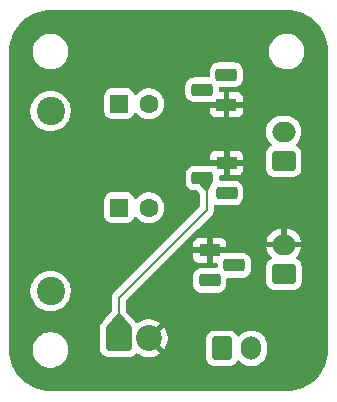
<source format=gbr>
%TF.GenerationSoftware,KiCad,Pcbnew,9.0.6*%
%TF.CreationDate,2026-01-30T15:18:38-05:00*%
%TF.ProjectId,camera-control,63616d65-7261-42d6-936f-6e74726f6c2e,rev?*%
%TF.SameCoordinates,Original*%
%TF.FileFunction,Copper,L2,Bot*%
%TF.FilePolarity,Positive*%
%FSLAX46Y46*%
G04 Gerber Fmt 4.6, Leading zero omitted, Abs format (unit mm)*
G04 Created by KiCad (PCBNEW 9.0.6) date 2026-01-30 15:18:38*
%MOMM*%
%LPD*%
G01*
G04 APERTURE LIST*
G04 Aperture macros list*
%AMRoundRect*
0 Rectangle with rounded corners*
0 $1 Rounding radius*
0 $2 $3 $4 $5 $6 $7 $8 $9 X,Y pos of 4 corners*
0 Add a 4 corners polygon primitive as box body*
4,1,4,$2,$3,$4,$5,$6,$7,$8,$9,$2,$3,0*
0 Add four circle primitives for the rounded corners*
1,1,$1+$1,$2,$3*
1,1,$1+$1,$4,$5*
1,1,$1+$1,$6,$7*
1,1,$1+$1,$8,$9*
0 Add four rect primitives between the rounded corners*
20,1,$1+$1,$2,$3,$4,$5,0*
20,1,$1+$1,$4,$5,$6,$7,0*
20,1,$1+$1,$6,$7,$8,$9,0*
20,1,$1+$1,$8,$9,$2,$3,0*%
G04 Aperture macros list end*
%TA.AperFunction,ComponentPad*%
%ADD10RoundRect,0.249999X-0.850001X-0.850001X0.850001X-0.850001X0.850001X0.850001X-0.850001X0.850001X0*%
%TD*%
%TA.AperFunction,ComponentPad*%
%ADD11C,2.200000*%
%TD*%
%TA.AperFunction,ComponentPad*%
%ADD12C,2.400000*%
%TD*%
%TA.AperFunction,ComponentPad*%
%ADD13R,1.800000X1.100000*%
%TD*%
%TA.AperFunction,ComponentPad*%
%ADD14RoundRect,0.275000X0.625000X-0.275000X0.625000X0.275000X-0.625000X0.275000X-0.625000X-0.275000X0*%
%TD*%
%TA.AperFunction,ComponentPad*%
%ADD15RoundRect,0.275000X-0.625000X0.275000X-0.625000X-0.275000X0.625000X-0.275000X0.625000X0.275000X0*%
%TD*%
%TA.AperFunction,ComponentPad*%
%ADD16RoundRect,0.250000X0.750000X-0.600000X0.750000X0.600000X-0.750000X0.600000X-0.750000X-0.600000X0*%
%TD*%
%TA.AperFunction,ComponentPad*%
%ADD17O,2.000000X1.700000*%
%TD*%
%TA.AperFunction,ComponentPad*%
%ADD18RoundRect,0.250000X-0.550000X-0.550000X0.550000X-0.550000X0.550000X0.550000X-0.550000X0.550000X0*%
%TD*%
%TA.AperFunction,ComponentPad*%
%ADD19C,1.600000*%
%TD*%
%TA.AperFunction,ComponentPad*%
%ADD20RoundRect,0.250000X-0.600000X-0.750000X0.600000X-0.750000X0.600000X0.750000X-0.600000X0.750000X0*%
%TD*%
%TA.AperFunction,ComponentPad*%
%ADD21O,1.700000X2.000000*%
%TD*%
%TA.AperFunction,Conductor*%
%ADD22C,0.200000*%
%TD*%
G04 APERTURE END LIST*
D10*
%TO.P,J2,1*%
%TO.N,/FLUCTUS IN*%
X125780800Y-91008200D03*
D11*
%TO.P,J2,2*%
%TO.N,GND*%
X128320800Y-91008200D03*
%TD*%
D12*
%TO.P,R0,1*%
%TO.N,/STAGE 2*%
X120000000Y-86995000D03*
%TO.P,R0,2*%
%TO.N,7V4*%
X120000000Y-71755000D03*
%TD*%
D13*
%TO.P,Q2,1*%
%TO.N,GND*%
X134893000Y-71247000D03*
D14*
%TO.P,Q2,2*%
%TO.N,/STAGE 2*%
X132823000Y-69977000D03*
%TO.P,Q2,3*%
%TO.N,Net-(J5-Pin_2)*%
X134893000Y-68707000D03*
%TD*%
D13*
%TO.P,Q3,1*%
%TO.N,GND*%
X133483400Y-83567000D03*
D15*
%TO.P,Q3,2*%
%TO.N,/STAGE 2*%
X135553400Y-84837000D03*
%TO.P,Q3,3*%
%TO.N,Net-(J6-Pin_2)*%
X133483400Y-86107000D03*
%TD*%
D13*
%TO.P,Q4,1*%
%TO.N,GND*%
X134905000Y-76174600D03*
D15*
%TO.P,Q4,2*%
%TO.N,/FLUCTUS IN*%
X132835000Y-77444600D03*
%TO.P,Q4,3*%
%TO.N,/STAGE 2*%
X134905000Y-78714600D03*
%TD*%
D16*
%TO.P,J5,1,Pin_1*%
%TO.N,7V4*%
X139730200Y-76027600D03*
D17*
%TO.P,J5,2,Pin_2*%
%TO.N,Net-(J5-Pin_2)*%
X139730200Y-73527600D03*
%TD*%
D16*
%TO.P,J4,1,Pin_1*%
%TO.N,7V4*%
X139756307Y-85578707D03*
D17*
%TO.P,J4,2,Pin_2*%
%TO.N,GND*%
X139756307Y-83078707D03*
%TD*%
D18*
%TO.P,C1,1*%
%TO.N,7V4*%
X125820800Y-79959200D03*
D19*
%TO.P,C1,2*%
%TO.N,Net-(J6-Pin_2)*%
X128320800Y-79959200D03*
%TD*%
D18*
%TO.P,C0,1*%
%TO.N,7V4*%
X125820800Y-71155400D03*
D19*
%TO.P,C0,2*%
%TO.N,Net-(J5-Pin_2)*%
X128320800Y-71155400D03*
%TD*%
D20*
%TO.P,J6,1,Pin_1*%
%TO.N,7V4*%
X134513000Y-91876600D03*
D21*
%TO.P,J6,2,Pin_2*%
%TO.N,Net-(J6-Pin_2)*%
X137013000Y-91876600D03*
%TD*%
D22*
%TO.N,/FLUCTUS IN*%
X133235000Y-80125000D02*
X133235000Y-77444600D01*
X125780800Y-91008200D02*
X125780800Y-87579200D01*
X125780800Y-87579200D02*
X133235000Y-80125000D01*
%TD*%
%TA.AperFunction,Conductor*%
%TO.N,GND*%
G36*
X140003032Y-63230648D02*
G01*
X140336929Y-63247052D01*
X140349037Y-63248245D01*
X140452146Y-63263539D01*
X140676699Y-63296849D01*
X140688617Y-63299219D01*
X141009951Y-63379709D01*
X141021588Y-63383240D01*
X141092806Y-63408722D01*
X141333467Y-63494832D01*
X141344688Y-63499479D01*
X141644163Y-63641120D01*
X141654871Y-63646844D01*
X141938988Y-63817137D01*
X141949106Y-63823897D01*
X142215170Y-64021224D01*
X142224576Y-64028944D01*
X142470013Y-64251395D01*
X142478604Y-64259986D01*
X142665755Y-64466475D01*
X142701055Y-64505423D01*
X142708775Y-64514829D01*
X142906102Y-64780893D01*
X142912862Y-64791011D01*
X143041776Y-65006092D01*
X143083148Y-65075116D01*
X143088883Y-65085844D01*
X143174301Y-65266446D01*
X143230514Y-65385297D01*
X143235170Y-65396540D01*
X143346759Y-65708411D01*
X143350292Y-65720055D01*
X143430777Y-66041369D01*
X143433151Y-66053305D01*
X143481754Y-66380962D01*
X143482947Y-66393071D01*
X143499351Y-66726966D01*
X143499500Y-66733051D01*
X143499500Y-91996948D01*
X143499351Y-92003033D01*
X143482947Y-92336928D01*
X143481754Y-92349037D01*
X143433151Y-92676694D01*
X143430777Y-92688630D01*
X143350292Y-93009944D01*
X143346759Y-93021588D01*
X143235170Y-93333459D01*
X143230514Y-93344702D01*
X143088885Y-93644151D01*
X143083148Y-93654883D01*
X142912862Y-93938988D01*
X142906102Y-93949106D01*
X142708775Y-94215170D01*
X142701055Y-94224576D01*
X142478611Y-94470006D01*
X142470006Y-94478611D01*
X142224576Y-94701055D01*
X142215170Y-94708775D01*
X141949106Y-94906102D01*
X141938988Y-94912862D01*
X141654883Y-95083148D01*
X141644151Y-95088885D01*
X141344702Y-95230514D01*
X141333459Y-95235170D01*
X141021588Y-95346759D01*
X141009944Y-95350292D01*
X140688630Y-95430777D01*
X140676694Y-95433151D01*
X140349037Y-95481754D01*
X140336928Y-95482947D01*
X140021989Y-95498419D01*
X140003031Y-95499351D01*
X139996949Y-95499500D01*
X120003051Y-95499500D01*
X119996968Y-95499351D01*
X119976900Y-95498365D01*
X119663071Y-95482947D01*
X119650962Y-95481754D01*
X119323305Y-95433151D01*
X119311369Y-95430777D01*
X118990055Y-95350292D01*
X118978411Y-95346759D01*
X118666540Y-95235170D01*
X118655301Y-95230515D01*
X118355844Y-95088883D01*
X118345121Y-95083150D01*
X118061011Y-94912862D01*
X118050893Y-94906102D01*
X117784829Y-94708775D01*
X117775423Y-94701055D01*
X117736475Y-94665755D01*
X117529986Y-94478604D01*
X117521395Y-94470013D01*
X117298944Y-94224576D01*
X117291224Y-94215170D01*
X117093897Y-93949106D01*
X117087137Y-93938988D01*
X116916844Y-93654871D01*
X116911120Y-93644163D01*
X116769479Y-93344688D01*
X116764829Y-93333459D01*
X116756941Y-93311414D01*
X116653240Y-93021588D01*
X116649707Y-93009944D01*
X116569219Y-92688617D01*
X116566848Y-92676694D01*
X116566835Y-92676608D01*
X116518245Y-92349037D01*
X116517052Y-92336927D01*
X116500649Y-92003032D01*
X116500500Y-91996948D01*
X116500500Y-91881902D01*
X118499500Y-91881902D01*
X118499500Y-92118097D01*
X118536446Y-92351368D01*
X118609433Y-92575996D01*
X118690153Y-92734416D01*
X118716657Y-92786433D01*
X118855483Y-92977510D01*
X119022490Y-93144517D01*
X119213567Y-93283343D01*
X119311925Y-93333459D01*
X119424003Y-93390566D01*
X119424005Y-93390566D01*
X119424008Y-93390568D01*
X119544412Y-93429689D01*
X119648631Y-93463553D01*
X119881903Y-93500500D01*
X119881908Y-93500500D01*
X120118097Y-93500500D01*
X120351368Y-93463553D01*
X120575992Y-93390568D01*
X120786433Y-93283343D01*
X120977510Y-93144517D01*
X121144517Y-92977510D01*
X121283343Y-92786433D01*
X121390568Y-92575992D01*
X121463553Y-92351368D01*
X121473498Y-92288580D01*
X121500500Y-92118097D01*
X121500500Y-91881902D01*
X121463553Y-91648631D01*
X121390566Y-91424003D01*
X121283342Y-91213566D01*
X121144517Y-91022490D01*
X120977510Y-90855483D01*
X120786433Y-90716657D01*
X120746851Y-90696489D01*
X120575996Y-90609433D01*
X120351368Y-90536446D01*
X120118097Y-90499500D01*
X120118092Y-90499500D01*
X119881908Y-90499500D01*
X119881903Y-90499500D01*
X119648631Y-90536446D01*
X119424003Y-90609433D01*
X119213566Y-90716657D01*
X119104550Y-90795862D01*
X119022490Y-90855483D01*
X119022488Y-90855485D01*
X119022487Y-90855485D01*
X118855485Y-91022487D01*
X118855485Y-91022488D01*
X118855483Y-91022490D01*
X118816182Y-91076583D01*
X118716657Y-91213566D01*
X118609433Y-91424003D01*
X118536446Y-91648631D01*
X118499500Y-91881902D01*
X116500500Y-91881902D01*
X116500500Y-90108182D01*
X124180300Y-90108182D01*
X124180300Y-91908217D01*
X124190800Y-92010996D01*
X124226290Y-92118097D01*
X124245986Y-92177535D01*
X124338088Y-92326856D01*
X124462144Y-92450912D01*
X124611465Y-92543014D01*
X124778002Y-92598199D01*
X124880790Y-92608700D01*
X124880795Y-92608700D01*
X126680805Y-92608700D01*
X126680810Y-92608700D01*
X126783598Y-92598199D01*
X126950135Y-92543014D01*
X127099456Y-92450912D01*
X127223512Y-92326856D01*
X127223512Y-92326855D01*
X127228619Y-92321749D01*
X127231128Y-92324258D01*
X127274522Y-92292652D01*
X127344273Y-92288580D01*
X127389216Y-92309073D01*
X127482216Y-92376642D01*
X127706615Y-92490980D01*
X127946130Y-92568802D01*
X128194872Y-92608200D01*
X128446728Y-92608200D01*
X128695469Y-92568802D01*
X128934984Y-92490980D01*
X129159375Y-92376646D01*
X129159381Y-92376642D01*
X129261497Y-92302450D01*
X129261498Y-92302450D01*
X128491034Y-91531987D01*
X128533092Y-91520718D01*
X128658508Y-91448310D01*
X128760910Y-91345908D01*
X128833318Y-91220492D01*
X128844587Y-91178435D01*
X129615050Y-91948898D01*
X129615050Y-91948897D01*
X129689242Y-91846781D01*
X129689246Y-91846775D01*
X129803580Y-91622384D01*
X129881402Y-91382869D01*
X129920800Y-91134128D01*
X129920800Y-91076583D01*
X133162500Y-91076583D01*
X133162500Y-92676601D01*
X133162501Y-92676618D01*
X133173000Y-92779396D01*
X133173001Y-92779399D01*
X133218894Y-92917894D01*
X133228186Y-92945934D01*
X133320288Y-93095256D01*
X133444344Y-93219312D01*
X133593666Y-93311414D01*
X133760203Y-93366599D01*
X133862991Y-93377100D01*
X135163008Y-93377099D01*
X135265797Y-93366599D01*
X135432334Y-93311414D01*
X135581656Y-93219312D01*
X135705712Y-93095256D01*
X135797814Y-92945934D01*
X135797814Y-92945931D01*
X135801178Y-92940479D01*
X135853126Y-92893754D01*
X135922088Y-92882531D01*
X135986170Y-92910374D01*
X135994398Y-92917894D01*
X136133213Y-93056709D01*
X136305179Y-93181648D01*
X136305181Y-93181649D01*
X136305184Y-93181651D01*
X136494588Y-93278157D01*
X136696757Y-93343846D01*
X136906713Y-93377100D01*
X136906714Y-93377100D01*
X137119286Y-93377100D01*
X137119287Y-93377100D01*
X137329243Y-93343846D01*
X137531412Y-93278157D01*
X137720816Y-93181651D01*
X137771931Y-93144514D01*
X137892786Y-93056709D01*
X137892788Y-93056706D01*
X137892792Y-93056704D01*
X138043104Y-92906392D01*
X138043106Y-92906388D01*
X138043109Y-92906386D01*
X138168048Y-92734420D01*
X138168047Y-92734420D01*
X138168051Y-92734416D01*
X138264557Y-92545012D01*
X138330246Y-92342843D01*
X138363500Y-92132887D01*
X138363500Y-91620313D01*
X138330246Y-91410357D01*
X138264557Y-91208188D01*
X138168051Y-91018784D01*
X138168049Y-91018781D01*
X138168048Y-91018779D01*
X138043109Y-90846813D01*
X137892786Y-90696490D01*
X137720820Y-90571551D01*
X137531414Y-90475044D01*
X137531413Y-90475043D01*
X137531412Y-90475043D01*
X137329243Y-90409354D01*
X137329241Y-90409353D01*
X137329240Y-90409353D01*
X137167957Y-90383808D01*
X137119287Y-90376100D01*
X136906713Y-90376100D01*
X136858042Y-90383808D01*
X136696760Y-90409353D01*
X136494585Y-90475044D01*
X136305179Y-90571551D01*
X136133215Y-90696489D01*
X135994398Y-90835306D01*
X135933075Y-90868790D01*
X135863383Y-90863806D01*
X135807450Y-90821934D01*
X135801178Y-90812720D01*
X135705712Y-90657944D01*
X135581657Y-90533889D01*
X135581656Y-90533888D01*
X135486253Y-90475043D01*
X135432336Y-90441787D01*
X135432331Y-90441785D01*
X135430862Y-90441298D01*
X135265797Y-90386601D01*
X135265795Y-90386600D01*
X135163010Y-90376100D01*
X133862998Y-90376100D01*
X133862981Y-90376101D01*
X133760203Y-90386600D01*
X133760200Y-90386601D01*
X133593668Y-90441785D01*
X133593663Y-90441787D01*
X133444342Y-90533889D01*
X133320289Y-90657942D01*
X133228187Y-90807263D01*
X133228185Y-90807268D01*
X133223325Y-90821934D01*
X133173001Y-90973803D01*
X133173001Y-90973804D01*
X133173000Y-90973804D01*
X133162500Y-91076583D01*
X129920800Y-91076583D01*
X129920800Y-90882271D01*
X129881402Y-90633530D01*
X129803580Y-90394015D01*
X129689242Y-90169616D01*
X129615050Y-90067501D01*
X129615050Y-90067500D01*
X128844587Y-90837964D01*
X128833318Y-90795908D01*
X128760910Y-90670492D01*
X128658508Y-90568090D01*
X128533092Y-90495682D01*
X128491033Y-90484412D01*
X129261498Y-89713948D01*
X129159383Y-89639757D01*
X128934984Y-89525419D01*
X128695469Y-89447597D01*
X128446728Y-89408200D01*
X128194872Y-89408200D01*
X127946130Y-89447597D01*
X127706615Y-89525419D01*
X127482213Y-89639759D01*
X127389215Y-89707326D01*
X127357106Y-89718782D01*
X127325170Y-89730692D01*
X127324274Y-89730497D01*
X127323409Y-89730806D01*
X127290187Y-89723080D01*
X127256898Y-89715837D01*
X127256083Y-89715149D01*
X127255355Y-89714980D01*
X127228645Y-89694685D01*
X127223524Y-89689563D01*
X127223512Y-89689544D01*
X127145374Y-89611406D01*
X127138711Y-89604192D01*
X126410951Y-88750828D01*
X126382427Y-88687046D01*
X126381300Y-88670366D01*
X126381300Y-87879297D01*
X126400985Y-87812258D01*
X126417619Y-87791616D01*
X128420794Y-85788441D01*
X132082900Y-85788441D01*
X132082900Y-86425558D01*
X132097557Y-86555648D01*
X132097559Y-86555658D01*
X132129649Y-86647364D01*
X132155278Y-86720606D01*
X132248253Y-86868576D01*
X132371824Y-86992147D01*
X132519794Y-87085122D01*
X132684743Y-87142841D01*
X132684749Y-87142841D01*
X132684751Y-87142842D01*
X132726150Y-87147506D01*
X132814842Y-87157499D01*
X132814845Y-87157500D01*
X132814848Y-87157500D01*
X134151955Y-87157500D01*
X134151956Y-87157499D01*
X134282057Y-87142841D01*
X134447006Y-87085122D01*
X134594976Y-86992147D01*
X134718547Y-86868576D01*
X134811522Y-86720606D01*
X134869241Y-86555657D01*
X134883900Y-86425552D01*
X134883900Y-86011500D01*
X134903585Y-85944461D01*
X134956389Y-85898706D01*
X135007900Y-85887500D01*
X136221955Y-85887500D01*
X136221956Y-85887499D01*
X136352057Y-85872841D01*
X136517006Y-85815122D01*
X136664976Y-85722147D01*
X136788547Y-85598576D01*
X136881522Y-85450606D01*
X136939241Y-85285657D01*
X136953900Y-85155552D01*
X136953900Y-84928690D01*
X138255807Y-84928690D01*
X138255807Y-86228708D01*
X138255808Y-86228725D01*
X138266307Y-86331503D01*
X138266308Y-86331506D01*
X138297472Y-86425552D01*
X138321493Y-86498041D01*
X138413595Y-86647363D01*
X138537651Y-86771419D01*
X138686973Y-86863521D01*
X138853510Y-86918706D01*
X138956298Y-86929207D01*
X140556315Y-86929206D01*
X140659104Y-86918706D01*
X140825641Y-86863521D01*
X140974963Y-86771419D01*
X141099019Y-86647363D01*
X141191121Y-86498041D01*
X141246306Y-86331504D01*
X141256807Y-86228716D01*
X141256806Y-84928699D01*
X141246306Y-84825910D01*
X141191121Y-84659373D01*
X141099019Y-84510051D01*
X140974963Y-84385995D01*
X140825641Y-84293893D01*
X140825639Y-84293892D01*
X140819747Y-84290258D01*
X140773023Y-84238310D01*
X140761800Y-84169348D01*
X140789644Y-84105265D01*
X140797163Y-84097037D01*
X140936035Y-83958165D01*
X141060927Y-83786264D01*
X141157402Y-83596924D01*
X141223064Y-83394836D01*
X141223064Y-83394833D01*
X141233538Y-83328707D01*
X140189319Y-83328707D01*
X140222232Y-83271700D01*
X140256307Y-83144533D01*
X140256307Y-83012881D01*
X140222232Y-82885714D01*
X140189319Y-82828707D01*
X141233538Y-82828707D01*
X141223064Y-82762580D01*
X141223064Y-82762577D01*
X141157402Y-82560489D01*
X141060927Y-82371149D01*
X140936034Y-82199247D01*
X140936030Y-82199242D01*
X140785771Y-82048983D01*
X140785766Y-82048979D01*
X140613864Y-81924086D01*
X140424524Y-81827611D01*
X140222436Y-81761949D01*
X140012553Y-81728707D01*
X140006307Y-81728707D01*
X140006307Y-82645695D01*
X139949300Y-82612782D01*
X139822133Y-82578707D01*
X139690481Y-82578707D01*
X139563314Y-82612782D01*
X139506307Y-82645695D01*
X139506307Y-81728707D01*
X139500061Y-81728707D01*
X139290179Y-81761949D01*
X139290176Y-81761949D01*
X139088089Y-81827611D01*
X138898749Y-81924086D01*
X138726847Y-82048979D01*
X138726842Y-82048983D01*
X138576583Y-82199242D01*
X138576579Y-82199247D01*
X138451686Y-82371149D01*
X138355211Y-82560489D01*
X138289549Y-82762577D01*
X138289549Y-82762580D01*
X138279076Y-82828707D01*
X139323295Y-82828707D01*
X139290382Y-82885714D01*
X139256307Y-83012881D01*
X139256307Y-83144533D01*
X139290382Y-83271700D01*
X139323295Y-83328707D01*
X138279076Y-83328707D01*
X138289549Y-83394833D01*
X138289549Y-83394836D01*
X138355211Y-83596924D01*
X138451686Y-83786264D01*
X138576579Y-83958166D01*
X138576583Y-83958171D01*
X138715450Y-84097038D01*
X138748935Y-84158361D01*
X138743951Y-84228053D01*
X138702079Y-84283986D01*
X138692866Y-84290258D01*
X138537649Y-84385996D01*
X138413596Y-84510049D01*
X138321494Y-84659370D01*
X138321492Y-84659375D01*
X138306021Y-84706065D01*
X138266308Y-84825910D01*
X138266308Y-84825911D01*
X138266307Y-84825911D01*
X138255807Y-84928690D01*
X136953900Y-84928690D01*
X136953900Y-84518448D01*
X136939241Y-84388343D01*
X136881522Y-84223394D01*
X136788547Y-84075424D01*
X136664976Y-83951853D01*
X136517006Y-83858878D01*
X136517005Y-83858877D01*
X136517004Y-83858877D01*
X136352058Y-83801159D01*
X136352048Y-83801157D01*
X136221958Y-83786500D01*
X136221952Y-83786500D01*
X134884848Y-83786500D01*
X134884841Y-83786500D01*
X134754751Y-83801157D01*
X134754741Y-83801159D01*
X134729360Y-83810041D01*
X134688405Y-83817000D01*
X134163730Y-83817000D01*
X134183475Y-83797255D01*
X134232844Y-83711745D01*
X134258400Y-83616370D01*
X134258400Y-83517630D01*
X134232844Y-83422255D01*
X134183475Y-83336745D01*
X134163730Y-83317000D01*
X134883400Y-83317000D01*
X134883400Y-82969172D01*
X134883399Y-82969155D01*
X134876998Y-82909627D01*
X134876998Y-82909625D01*
X134876805Y-82909108D01*
X134876804Y-82909106D01*
X134876804Y-82909104D01*
X134826754Y-82774913D01*
X134826750Y-82774906D01*
X134740590Y-82659812D01*
X134740587Y-82659809D01*
X134625493Y-82573649D01*
X134625486Y-82573645D01*
X134490779Y-82523403D01*
X134490772Y-82523401D01*
X134431244Y-82517000D01*
X133733400Y-82517000D01*
X133733400Y-83220589D01*
X133653145Y-83266925D01*
X133583325Y-83336745D01*
X133533956Y-83422255D01*
X133508400Y-83517630D01*
X133508400Y-83616370D01*
X133533956Y-83711745D01*
X133583325Y-83797255D01*
X133653145Y-83867075D01*
X133733400Y-83913410D01*
X133733400Y-84617000D01*
X134028900Y-84617000D01*
X134037585Y-84619550D01*
X134046547Y-84618262D01*
X134070587Y-84629240D01*
X134095939Y-84636685D01*
X134101866Y-84643525D01*
X134110103Y-84647287D01*
X134124392Y-84669521D01*
X134141694Y-84689489D01*
X134143981Y-84700003D01*
X134147877Y-84706065D01*
X134152900Y-84741000D01*
X134152900Y-84932500D01*
X134133215Y-84999539D01*
X134080411Y-85045294D01*
X134028900Y-85056500D01*
X132814841Y-85056500D01*
X132684751Y-85071157D01*
X132684741Y-85071159D01*
X132519795Y-85128877D01*
X132371823Y-85221853D01*
X132248253Y-85345423D01*
X132155277Y-85493395D01*
X132097559Y-85658341D01*
X132097557Y-85658351D01*
X132082900Y-85788441D01*
X128420794Y-85788441D01*
X128511947Y-85697288D01*
X130044392Y-84164844D01*
X132083400Y-84164844D01*
X132089801Y-84224372D01*
X132089803Y-84224379D01*
X132140045Y-84359086D01*
X132140049Y-84359093D01*
X132226209Y-84474187D01*
X132226212Y-84474190D01*
X132341306Y-84560350D01*
X132341313Y-84560354D01*
X132476020Y-84610596D01*
X132476027Y-84610598D01*
X132535555Y-84616999D01*
X132535572Y-84617000D01*
X133233400Y-84617000D01*
X133233400Y-83817000D01*
X132083400Y-83817000D01*
X132083400Y-84164844D01*
X130044392Y-84164844D01*
X130531279Y-83677957D01*
X131240081Y-82969155D01*
X132083400Y-82969155D01*
X132083400Y-83317000D01*
X133233400Y-83317000D01*
X133233400Y-82517000D01*
X132535555Y-82517000D01*
X132476027Y-82523401D01*
X132476020Y-82523403D01*
X132341313Y-82573645D01*
X132341306Y-82573649D01*
X132226212Y-82659809D01*
X132226209Y-82659812D01*
X132140049Y-82774906D01*
X132140045Y-82774913D01*
X132089803Y-82909620D01*
X132089801Y-82909627D01*
X132083400Y-82969155D01*
X131240081Y-82969155D01*
X131331066Y-82878170D01*
X132480529Y-81728707D01*
X133715520Y-80493716D01*
X133794577Y-80356784D01*
X133835501Y-80204057D01*
X133835501Y-80045942D01*
X133835501Y-80038347D01*
X133835500Y-80038329D01*
X133835500Y-79830429D01*
X133855185Y-79763390D01*
X133907989Y-79717635D01*
X133977147Y-79707691D01*
X134000446Y-79713385D01*
X134106343Y-79750441D01*
X134106347Y-79750441D01*
X134106351Y-79750442D01*
X134147750Y-79755106D01*
X134236442Y-79765099D01*
X134236445Y-79765100D01*
X134236448Y-79765100D01*
X135573555Y-79765100D01*
X135573556Y-79765099D01*
X135703657Y-79750441D01*
X135868606Y-79692722D01*
X136016576Y-79599747D01*
X136140147Y-79476176D01*
X136233122Y-79328206D01*
X136290841Y-79163257D01*
X136305500Y-79033152D01*
X136305500Y-78396048D01*
X136290841Y-78265943D01*
X136233122Y-78100994D01*
X136140147Y-77953024D01*
X136016576Y-77829453D01*
X135868606Y-77736478D01*
X135868605Y-77736477D01*
X135868604Y-77736477D01*
X135703658Y-77678759D01*
X135703648Y-77678757D01*
X135573558Y-77664100D01*
X135573552Y-77664100D01*
X134359500Y-77664100D01*
X134350814Y-77661549D01*
X134341853Y-77662838D01*
X134317812Y-77651859D01*
X134292461Y-77644415D01*
X134286533Y-77637574D01*
X134278297Y-77633813D01*
X134264007Y-77611578D01*
X134246706Y-77591611D01*
X134244418Y-77581096D01*
X134240523Y-77575035D01*
X134235500Y-77540100D01*
X134235500Y-77348600D01*
X134255185Y-77281561D01*
X134307989Y-77235806D01*
X134359500Y-77224600D01*
X134655000Y-77224600D01*
X135155000Y-77224600D01*
X135852828Y-77224600D01*
X135852844Y-77224599D01*
X135912372Y-77218198D01*
X135912379Y-77218196D01*
X136047086Y-77167954D01*
X136047093Y-77167950D01*
X136162187Y-77081790D01*
X136162190Y-77081787D01*
X136248350Y-76966693D01*
X136248354Y-76966686D01*
X136298596Y-76831979D01*
X136298598Y-76831972D01*
X136304999Y-76772444D01*
X136305000Y-76772427D01*
X136305000Y-76424600D01*
X135155000Y-76424600D01*
X135155000Y-77224600D01*
X134655000Y-77224600D01*
X134655000Y-76521010D01*
X134735255Y-76474675D01*
X134805075Y-76404855D01*
X134854444Y-76319345D01*
X134880000Y-76223970D01*
X134880000Y-76125230D01*
X134854444Y-76029855D01*
X134805075Y-75944345D01*
X134785330Y-75924600D01*
X135155000Y-75924600D01*
X136305000Y-75924600D01*
X136305000Y-75576772D01*
X136304999Y-75576755D01*
X136298598Y-75517227D01*
X136298596Y-75517220D01*
X136248354Y-75382513D01*
X136248350Y-75382506D01*
X136162190Y-75267412D01*
X136162187Y-75267409D01*
X136047093Y-75181249D01*
X136047086Y-75181245D01*
X135912379Y-75131003D01*
X135912372Y-75131001D01*
X135852844Y-75124600D01*
X135155000Y-75124600D01*
X135155000Y-75924600D01*
X134785330Y-75924600D01*
X134735255Y-75874525D01*
X134655000Y-75828189D01*
X134655000Y-75124600D01*
X133957155Y-75124600D01*
X133897627Y-75131001D01*
X133897620Y-75131003D01*
X133762913Y-75181245D01*
X133762906Y-75181249D01*
X133647812Y-75267409D01*
X133647809Y-75267412D01*
X133561649Y-75382506D01*
X133561645Y-75382513D01*
X133511403Y-75517220D01*
X133511401Y-75517227D01*
X133505000Y-75576755D01*
X133505000Y-75924600D01*
X134224670Y-75924600D01*
X134204925Y-75944345D01*
X134155556Y-76029855D01*
X134130000Y-76125230D01*
X134130000Y-76223970D01*
X134155556Y-76319345D01*
X134204925Y-76404855D01*
X134224670Y-76424600D01*
X133699995Y-76424600D01*
X133659040Y-76417641D01*
X133633658Y-76408759D01*
X133633648Y-76408757D01*
X133503558Y-76394100D01*
X133503552Y-76394100D01*
X132166448Y-76394100D01*
X132166441Y-76394100D01*
X132036351Y-76408757D01*
X132036341Y-76408759D01*
X131871395Y-76466477D01*
X131723423Y-76559453D01*
X131599853Y-76683023D01*
X131506877Y-76830995D01*
X131449159Y-76995941D01*
X131449157Y-76995951D01*
X131434500Y-77126041D01*
X131434500Y-77763158D01*
X131449157Y-77893248D01*
X131449159Y-77893258D01*
X131506877Y-78058204D01*
X131506878Y-78058206D01*
X131599853Y-78206176D01*
X131723424Y-78329747D01*
X131871394Y-78422722D01*
X132036343Y-78480441D01*
X132036349Y-78480441D01*
X132036351Y-78480442D01*
X132077750Y-78485106D01*
X132166442Y-78495099D01*
X132166445Y-78495100D01*
X132166448Y-78495100D01*
X132382601Y-78495100D01*
X132384346Y-78495612D01*
X132386105Y-78495150D01*
X132417732Y-78505415D01*
X132449640Y-78514785D01*
X132451381Y-78516337D01*
X132452562Y-78516721D01*
X132478571Y-78540578D01*
X132606470Y-78696898D01*
X132633688Y-78761249D01*
X132634500Y-78775420D01*
X132634500Y-79824902D01*
X132614815Y-79891941D01*
X132598181Y-79912583D01*
X125300281Y-87210482D01*
X125300279Y-87210485D01*
X125250161Y-87297294D01*
X125250159Y-87297296D01*
X125221225Y-87347409D01*
X125221224Y-87347410D01*
X125221223Y-87347415D01*
X125180299Y-87500143D01*
X125180299Y-87500145D01*
X125180299Y-87668246D01*
X125180300Y-87668259D01*
X125180300Y-88670365D01*
X125160615Y-88737404D01*
X125150652Y-88750823D01*
X124590032Y-89408200D01*
X124422887Y-89604192D01*
X124416220Y-89611409D01*
X124338091Y-89689539D01*
X124245987Y-89838862D01*
X124245986Y-89838865D01*
X124190801Y-90005402D01*
X124190801Y-90005403D01*
X124190800Y-90005403D01*
X124180300Y-90108182D01*
X116500500Y-90108182D01*
X116500500Y-86883549D01*
X118299500Y-86883549D01*
X118299500Y-87106450D01*
X118299501Y-87106466D01*
X118328594Y-87327452D01*
X118328595Y-87327457D01*
X118328596Y-87327463D01*
X118374866Y-87500145D01*
X118386290Y-87542780D01*
X118386293Y-87542790D01*
X118471593Y-87748722D01*
X118471595Y-87748726D01*
X118583052Y-87941774D01*
X118583057Y-87941780D01*
X118583058Y-87941782D01*
X118718751Y-88118622D01*
X118718757Y-88118629D01*
X118876370Y-88276242D01*
X118876376Y-88276247D01*
X119053226Y-88411948D01*
X119246274Y-88523405D01*
X119452219Y-88608710D01*
X119667537Y-88666404D01*
X119888543Y-88695500D01*
X119888550Y-88695500D01*
X120111450Y-88695500D01*
X120111457Y-88695500D01*
X120332463Y-88666404D01*
X120547781Y-88608710D01*
X120753726Y-88523405D01*
X120946774Y-88411948D01*
X121123624Y-88276247D01*
X121281247Y-88118624D01*
X121416948Y-87941774D01*
X121528405Y-87748726D01*
X121613710Y-87542781D01*
X121671404Y-87327463D01*
X121700500Y-87106457D01*
X121700500Y-86883543D01*
X121671404Y-86662537D01*
X121613710Y-86447219D01*
X121528405Y-86241274D01*
X121416948Y-86048226D01*
X121302218Y-85898706D01*
X121281248Y-85871377D01*
X121281242Y-85871370D01*
X121123629Y-85713757D01*
X121123622Y-85713751D01*
X120946782Y-85578058D01*
X120946780Y-85578057D01*
X120946774Y-85578052D01*
X120753726Y-85466595D01*
X120753722Y-85466593D01*
X120547790Y-85381293D01*
X120547783Y-85381291D01*
X120547781Y-85381290D01*
X120332463Y-85323596D01*
X120332457Y-85323595D01*
X120332452Y-85323594D01*
X120111466Y-85294501D01*
X120111463Y-85294500D01*
X120111457Y-85294500D01*
X119888543Y-85294500D01*
X119888537Y-85294500D01*
X119888533Y-85294501D01*
X119667547Y-85323594D01*
X119667540Y-85323595D01*
X119667537Y-85323596D01*
X119452219Y-85381290D01*
X119452209Y-85381293D01*
X119246277Y-85466593D01*
X119246273Y-85466595D01*
X119053226Y-85578052D01*
X119053217Y-85578058D01*
X118876377Y-85713751D01*
X118876370Y-85713757D01*
X118718757Y-85871370D01*
X118718751Y-85871377D01*
X118583058Y-86048217D01*
X118583052Y-86048226D01*
X118471595Y-86241273D01*
X118471593Y-86241277D01*
X118386293Y-86447209D01*
X118386290Y-86447219D01*
X118328597Y-86662534D01*
X118328594Y-86662547D01*
X118299501Y-86883533D01*
X118299500Y-86883549D01*
X116500500Y-86883549D01*
X116500500Y-79359183D01*
X124520300Y-79359183D01*
X124520300Y-80559201D01*
X124520301Y-80559218D01*
X124530800Y-80661996D01*
X124530801Y-80661999D01*
X124560147Y-80750558D01*
X124585986Y-80828534D01*
X124678088Y-80977856D01*
X124802144Y-81101912D01*
X124951466Y-81194014D01*
X125118003Y-81249199D01*
X125220791Y-81259700D01*
X126420808Y-81259699D01*
X126523597Y-81249199D01*
X126690134Y-81194014D01*
X126839456Y-81101912D01*
X126963512Y-80977856D01*
X127055614Y-80828534D01*
X127070226Y-80784437D01*
X127109995Y-80726996D01*
X127174511Y-80700172D01*
X127243287Y-80712486D01*
X127288248Y-80750558D01*
X127328832Y-80806417D01*
X127473586Y-80951171D01*
X127628549Y-81063756D01*
X127639190Y-81071487D01*
X127755407Y-81130703D01*
X127821576Y-81164418D01*
X127821578Y-81164418D01*
X127821581Y-81164420D01*
X127912656Y-81194012D01*
X128016265Y-81227677D01*
X128117357Y-81243688D01*
X128218448Y-81259700D01*
X128218449Y-81259700D01*
X128423151Y-81259700D01*
X128423152Y-81259700D01*
X128625334Y-81227677D01*
X128820019Y-81164420D01*
X129002410Y-81071487D01*
X129131282Y-80977857D01*
X129168013Y-80951171D01*
X129168015Y-80951168D01*
X129168019Y-80951166D01*
X129312766Y-80806419D01*
X129312768Y-80806415D01*
X129312771Y-80806413D01*
X129417692Y-80661999D01*
X129433087Y-80640810D01*
X129526020Y-80458419D01*
X129589277Y-80263734D01*
X129621300Y-80061552D01*
X129621300Y-79856848D01*
X129606768Y-79765099D01*
X129589277Y-79654665D01*
X129526018Y-79459976D01*
X129474665Y-79359191D01*
X129433087Y-79277590D01*
X129384349Y-79210507D01*
X129312771Y-79111986D01*
X129168013Y-78967228D01*
X129002413Y-78846915D01*
X129002412Y-78846914D01*
X129002410Y-78846913D01*
X128942698Y-78816488D01*
X128820023Y-78753981D01*
X128625334Y-78690722D01*
X128450795Y-78663078D01*
X128423152Y-78658700D01*
X128218448Y-78658700D01*
X128194129Y-78662551D01*
X128016265Y-78690722D01*
X127821576Y-78753981D01*
X127639186Y-78846915D01*
X127473586Y-78967228D01*
X127328832Y-79111982D01*
X127328831Y-79111984D01*
X127288247Y-79167842D01*
X127232917Y-79210507D01*
X127163303Y-79216485D01*
X127101509Y-79183878D01*
X127070225Y-79133960D01*
X127055614Y-79089866D01*
X126963512Y-78940544D01*
X126839456Y-78816488D01*
X126690134Y-78724386D01*
X126523597Y-78669201D01*
X126523595Y-78669200D01*
X126420810Y-78658700D01*
X125220798Y-78658700D01*
X125220781Y-78658701D01*
X125118003Y-78669200D01*
X125118000Y-78669201D01*
X124951468Y-78724385D01*
X124951463Y-78724387D01*
X124802142Y-78816489D01*
X124678089Y-78940542D01*
X124585987Y-79089863D01*
X124585985Y-79089868D01*
X124578658Y-79111981D01*
X124530801Y-79256403D01*
X124530801Y-79256404D01*
X124530800Y-79256404D01*
X124520300Y-79359183D01*
X116500500Y-79359183D01*
X116500500Y-71643549D01*
X118299500Y-71643549D01*
X118299500Y-71866450D01*
X118299501Y-71866466D01*
X118328594Y-72087452D01*
X118328595Y-72087457D01*
X118328596Y-72087463D01*
X118385039Y-72298112D01*
X118386290Y-72302780D01*
X118386293Y-72302790D01*
X118466941Y-72497490D01*
X118471595Y-72508726D01*
X118583052Y-72701774D01*
X118583057Y-72701780D01*
X118583058Y-72701782D01*
X118718751Y-72878622D01*
X118718757Y-72878629D01*
X118876370Y-73036242D01*
X118876376Y-73036247D01*
X119053226Y-73171948D01*
X119246274Y-73283405D01*
X119452219Y-73368710D01*
X119667537Y-73426404D01*
X119888543Y-73455500D01*
X119888550Y-73455500D01*
X120111450Y-73455500D01*
X120111457Y-73455500D01*
X120332463Y-73426404D01*
X120351463Y-73421313D01*
X138229700Y-73421313D01*
X138229700Y-73633886D01*
X138262953Y-73843839D01*
X138328644Y-74046014D01*
X138425151Y-74235420D01*
X138550090Y-74407386D01*
X138688905Y-74546201D01*
X138722390Y-74607524D01*
X138717406Y-74677216D01*
X138675534Y-74733149D01*
X138666321Y-74739421D01*
X138511542Y-74834889D01*
X138387489Y-74958942D01*
X138295387Y-75108263D01*
X138295385Y-75108268D01*
X138271203Y-75181245D01*
X138240201Y-75274803D01*
X138240201Y-75274804D01*
X138240200Y-75274804D01*
X138229700Y-75377583D01*
X138229700Y-76677601D01*
X138229701Y-76677618D01*
X138240200Y-76780396D01*
X138240201Y-76780399D01*
X138295385Y-76946931D01*
X138295386Y-76946934D01*
X138387488Y-77096256D01*
X138511544Y-77220312D01*
X138660866Y-77312414D01*
X138827403Y-77367599D01*
X138930191Y-77378100D01*
X140530208Y-77378099D01*
X140632997Y-77367599D01*
X140799534Y-77312414D01*
X140948856Y-77220312D01*
X141072912Y-77096256D01*
X141165014Y-76946934D01*
X141220199Y-76780397D01*
X141230700Y-76677609D01*
X141230699Y-75377592D01*
X141220199Y-75274803D01*
X141165014Y-75108266D01*
X141072912Y-74958944D01*
X140948856Y-74834888D01*
X140799534Y-74742786D01*
X140799533Y-74742785D01*
X140794078Y-74739421D01*
X140747354Y-74687473D01*
X140736131Y-74618510D01*
X140763975Y-74554428D01*
X140771472Y-74546223D01*
X140910304Y-74407392D01*
X141035251Y-74235416D01*
X141131757Y-74046012D01*
X141197446Y-73843843D01*
X141230700Y-73633887D01*
X141230700Y-73421313D01*
X141197446Y-73211357D01*
X141131757Y-73009188D01*
X141035251Y-72819784D01*
X141035249Y-72819781D01*
X141035248Y-72819779D01*
X140910309Y-72647813D01*
X140759986Y-72497490D01*
X140588020Y-72372551D01*
X140398614Y-72276044D01*
X140398613Y-72276043D01*
X140398612Y-72276043D01*
X140196443Y-72210354D01*
X140196441Y-72210353D01*
X140196440Y-72210353D01*
X140035157Y-72184808D01*
X139986487Y-72177100D01*
X139473913Y-72177100D01*
X139425242Y-72184808D01*
X139263960Y-72210353D01*
X139061785Y-72276044D01*
X138872379Y-72372551D01*
X138700413Y-72497490D01*
X138550090Y-72647813D01*
X138425151Y-72819779D01*
X138328644Y-73009185D01*
X138262953Y-73211360D01*
X138229700Y-73421313D01*
X120351463Y-73421313D01*
X120547781Y-73368710D01*
X120625523Y-73336508D01*
X120709124Y-73301880D01*
X120722869Y-73296186D01*
X120753726Y-73283405D01*
X120946774Y-73171948D01*
X121123624Y-73036247D01*
X121281247Y-72878624D01*
X121416948Y-72701774D01*
X121528405Y-72508726D01*
X121613710Y-72302781D01*
X121671404Y-72087463D01*
X121700500Y-71866457D01*
X121700500Y-71643543D01*
X121671404Y-71422537D01*
X121613710Y-71207219D01*
X121528405Y-71001274D01*
X121416948Y-70808226D01*
X121363504Y-70738576D01*
X121281249Y-70631378D01*
X121281241Y-70631369D01*
X121205255Y-70555383D01*
X124520300Y-70555383D01*
X124520300Y-71755401D01*
X124520301Y-71755406D01*
X124530800Y-71858196D01*
X124530801Y-71858199D01*
X124585985Y-72024731D01*
X124585987Y-72024736D01*
X124620869Y-72081288D01*
X124678088Y-72174056D01*
X124802144Y-72298112D01*
X124951466Y-72390214D01*
X125118003Y-72445399D01*
X125220791Y-72455900D01*
X126420808Y-72455899D01*
X126523597Y-72445399D01*
X126690134Y-72390214D01*
X126839456Y-72298112D01*
X126963512Y-72174056D01*
X127055614Y-72024734D01*
X127070226Y-71980637D01*
X127109995Y-71923196D01*
X127174511Y-71896372D01*
X127243287Y-71908686D01*
X127288248Y-71946758D01*
X127328832Y-72002617D01*
X127473586Y-72147371D01*
X127601569Y-72240354D01*
X127639190Y-72267687D01*
X127755407Y-72326903D01*
X127821576Y-72360618D01*
X127821578Y-72360618D01*
X127821581Y-72360620D01*
X127912656Y-72390212D01*
X128016265Y-72423877D01*
X128117357Y-72439888D01*
X128218448Y-72455900D01*
X128218449Y-72455900D01*
X128423151Y-72455900D01*
X128423152Y-72455900D01*
X128625334Y-72423877D01*
X128820019Y-72360620D01*
X129002410Y-72267687D01*
X129095390Y-72200132D01*
X129168013Y-72147371D01*
X129168015Y-72147368D01*
X129168019Y-72147366D01*
X129312766Y-72002619D01*
X129312768Y-72002615D01*
X129312771Y-72002613D01*
X129411686Y-71866466D01*
X129433087Y-71837010D01*
X129526020Y-71654619D01*
X129589277Y-71459934D01*
X129621300Y-71257752D01*
X129621300Y-71053048D01*
X129605790Y-70955122D01*
X129589277Y-70850865D01*
X129526018Y-70656176D01*
X129474665Y-70555391D01*
X129433087Y-70473790D01*
X129417694Y-70452603D01*
X129312771Y-70308186D01*
X129168013Y-70163428D01*
X129002413Y-70043115D01*
X129002412Y-70043114D01*
X129002410Y-70043113D01*
X128942698Y-70012688D01*
X128820023Y-69950181D01*
X128625334Y-69886922D01*
X128450795Y-69859278D01*
X128423152Y-69854900D01*
X128218448Y-69854900D01*
X128194129Y-69858751D01*
X128016265Y-69886922D01*
X127821576Y-69950181D01*
X127639186Y-70043115D01*
X127473586Y-70163428D01*
X127328832Y-70308182D01*
X127328831Y-70308184D01*
X127288247Y-70364042D01*
X127232917Y-70406707D01*
X127163303Y-70412685D01*
X127101509Y-70380078D01*
X127070225Y-70330160D01*
X127055614Y-70286066D01*
X126963512Y-70136744D01*
X126839456Y-70012688D01*
X126690134Y-69920586D01*
X126523597Y-69865401D01*
X126523595Y-69865400D01*
X126420810Y-69854900D01*
X125220798Y-69854900D01*
X125220781Y-69854901D01*
X125118003Y-69865400D01*
X125118000Y-69865401D01*
X124951468Y-69920585D01*
X124951463Y-69920587D01*
X124802142Y-70012689D01*
X124678089Y-70136742D01*
X124585987Y-70286063D01*
X124585985Y-70286068D01*
X124568177Y-70339809D01*
X124530801Y-70452603D01*
X124530801Y-70452604D01*
X124530800Y-70452604D01*
X124520300Y-70555383D01*
X121205255Y-70555383D01*
X121123629Y-70473757D01*
X121123622Y-70473751D01*
X120946782Y-70338058D01*
X120946780Y-70338057D01*
X120946774Y-70338052D01*
X120753726Y-70226595D01*
X120753722Y-70226593D01*
X120547790Y-70141293D01*
X120547783Y-70141291D01*
X120547781Y-70141290D01*
X120332463Y-70083596D01*
X120332457Y-70083595D01*
X120332452Y-70083594D01*
X120111466Y-70054501D01*
X120111463Y-70054500D01*
X120111457Y-70054500D01*
X119888543Y-70054500D01*
X119888537Y-70054500D01*
X119888533Y-70054501D01*
X119667547Y-70083594D01*
X119667540Y-70083595D01*
X119667537Y-70083596D01*
X119469185Y-70136744D01*
X119452219Y-70141290D01*
X119452209Y-70141293D01*
X119246277Y-70226593D01*
X119246273Y-70226595D01*
X119053226Y-70338052D01*
X119053217Y-70338058D01*
X118876377Y-70473751D01*
X118876370Y-70473757D01*
X118718757Y-70631370D01*
X118718751Y-70631377D01*
X118583058Y-70808217D01*
X118583052Y-70808226D01*
X118471595Y-71001273D01*
X118471593Y-71001277D01*
X118386293Y-71207209D01*
X118386290Y-71207219D01*
X118328597Y-71422534D01*
X118328594Y-71422547D01*
X118299501Y-71643533D01*
X118299500Y-71643549D01*
X116500500Y-71643549D01*
X116500500Y-69658441D01*
X131422500Y-69658441D01*
X131422500Y-70295558D01*
X131437157Y-70425648D01*
X131437159Y-70425658D01*
X131482556Y-70555392D01*
X131494878Y-70590606D01*
X131587853Y-70738576D01*
X131711424Y-70862147D01*
X131859394Y-70955122D01*
X132024343Y-71012841D01*
X132024349Y-71012841D01*
X132024351Y-71012842D01*
X132058993Y-71016745D01*
X132154442Y-71027499D01*
X132154445Y-71027500D01*
X132154448Y-71027500D01*
X133491555Y-71027500D01*
X133491556Y-71027499D01*
X133621657Y-71012841D01*
X133647040Y-71003959D01*
X133687995Y-70997000D01*
X134212670Y-70997000D01*
X134192925Y-71016745D01*
X134143556Y-71102255D01*
X134118000Y-71197630D01*
X134118000Y-71296370D01*
X134143556Y-71391745D01*
X134192925Y-71477255D01*
X134212670Y-71497000D01*
X133493000Y-71497000D01*
X133493000Y-71844844D01*
X133499401Y-71904372D01*
X133499403Y-71904379D01*
X133549645Y-72039086D01*
X133549649Y-72039093D01*
X133635809Y-72154187D01*
X133635812Y-72154190D01*
X133750906Y-72240350D01*
X133750913Y-72240354D01*
X133885620Y-72290596D01*
X133885627Y-72290598D01*
X133945155Y-72296999D01*
X133945172Y-72297000D01*
X134643000Y-72297000D01*
X135143000Y-72297000D01*
X135840828Y-72297000D01*
X135840844Y-72296999D01*
X135900372Y-72290598D01*
X135900379Y-72290596D01*
X136035086Y-72240354D01*
X136035093Y-72240350D01*
X136150187Y-72154190D01*
X136150190Y-72154187D01*
X136236350Y-72039093D01*
X136236354Y-72039086D01*
X136286596Y-71904379D01*
X136286598Y-71904372D01*
X136292999Y-71844844D01*
X136293000Y-71844827D01*
X136293000Y-71497000D01*
X135143000Y-71497000D01*
X135143000Y-72297000D01*
X134643000Y-72297000D01*
X134643000Y-71593410D01*
X134723255Y-71547075D01*
X134793075Y-71477255D01*
X134842444Y-71391745D01*
X134868000Y-71296370D01*
X134868000Y-71197630D01*
X134842444Y-71102255D01*
X134793075Y-71016745D01*
X134773330Y-70997000D01*
X135143000Y-70997000D01*
X136293000Y-70997000D01*
X136293000Y-70649172D01*
X136292999Y-70649155D01*
X136286598Y-70589627D01*
X136286596Y-70589620D01*
X136236354Y-70454913D01*
X136236350Y-70454906D01*
X136150190Y-70339812D01*
X136150187Y-70339809D01*
X136035093Y-70253649D01*
X136035086Y-70253645D01*
X135900379Y-70203403D01*
X135900372Y-70203401D01*
X135840844Y-70197000D01*
X135143000Y-70197000D01*
X135143000Y-70997000D01*
X134773330Y-70997000D01*
X134723255Y-70946925D01*
X134643000Y-70900589D01*
X134643000Y-70197000D01*
X134347500Y-70197000D01*
X134338814Y-70194449D01*
X134329853Y-70195738D01*
X134305812Y-70184759D01*
X134280461Y-70177315D01*
X134274533Y-70170474D01*
X134266297Y-70166713D01*
X134252007Y-70144478D01*
X134234706Y-70124511D01*
X134232418Y-70113996D01*
X134228523Y-70107935D01*
X134223500Y-70073000D01*
X134223500Y-69881500D01*
X134243185Y-69814461D01*
X134295989Y-69768706D01*
X134347500Y-69757500D01*
X135561555Y-69757500D01*
X135561556Y-69757499D01*
X135691657Y-69742841D01*
X135856606Y-69685122D01*
X136004576Y-69592147D01*
X136128147Y-69468576D01*
X136221122Y-69320606D01*
X136278841Y-69155657D01*
X136293500Y-69025552D01*
X136293500Y-68388448D01*
X136278841Y-68258343D01*
X136221122Y-68093394D01*
X136128147Y-67945424D01*
X136004576Y-67821853D01*
X135856606Y-67728878D01*
X135856605Y-67728877D01*
X135856604Y-67728877D01*
X135691658Y-67671159D01*
X135691648Y-67671157D01*
X135561558Y-67656500D01*
X135561552Y-67656500D01*
X134224448Y-67656500D01*
X134224441Y-67656500D01*
X134094351Y-67671157D01*
X134094341Y-67671159D01*
X133929395Y-67728877D01*
X133781423Y-67821853D01*
X133657853Y-67945423D01*
X133564877Y-68093395D01*
X133507159Y-68258341D01*
X133507157Y-68258351D01*
X133492500Y-68388441D01*
X133492500Y-68802500D01*
X133472815Y-68869539D01*
X133420011Y-68915294D01*
X133368500Y-68926500D01*
X132154441Y-68926500D01*
X132024351Y-68941157D01*
X132024341Y-68941159D01*
X131859395Y-68998877D01*
X131711423Y-69091853D01*
X131587853Y-69215423D01*
X131494877Y-69363395D01*
X131437159Y-69528341D01*
X131437157Y-69528351D01*
X131422500Y-69658441D01*
X116500500Y-69658441D01*
X116500500Y-66733051D01*
X116500649Y-66726966D01*
X116506302Y-66611902D01*
X118499500Y-66611902D01*
X118499500Y-66848097D01*
X118536446Y-67081368D01*
X118609433Y-67305996D01*
X118716657Y-67516433D01*
X118855483Y-67707510D01*
X119022490Y-67874517D01*
X119213567Y-68013343D01*
X119312991Y-68064002D01*
X119424003Y-68120566D01*
X119424005Y-68120566D01*
X119424008Y-68120568D01*
X119544412Y-68159689D01*
X119648631Y-68193553D01*
X119881903Y-68230500D01*
X119881908Y-68230500D01*
X120118097Y-68230500D01*
X120351368Y-68193553D01*
X120575992Y-68120568D01*
X120786433Y-68013343D01*
X120977510Y-67874517D01*
X121144517Y-67707510D01*
X121283343Y-67516433D01*
X121390568Y-67305992D01*
X121463553Y-67081368D01*
X121500500Y-66848097D01*
X121500500Y-66611902D01*
X138499500Y-66611902D01*
X138499500Y-66848097D01*
X138536446Y-67081368D01*
X138609433Y-67305996D01*
X138716657Y-67516433D01*
X138855483Y-67707510D01*
X139022490Y-67874517D01*
X139213567Y-68013343D01*
X139312991Y-68064002D01*
X139424003Y-68120566D01*
X139424005Y-68120566D01*
X139424008Y-68120568D01*
X139544412Y-68159689D01*
X139648631Y-68193553D01*
X139881903Y-68230500D01*
X139881908Y-68230500D01*
X140118097Y-68230500D01*
X140351368Y-68193553D01*
X140575992Y-68120568D01*
X140786433Y-68013343D01*
X140977510Y-67874517D01*
X141144517Y-67707510D01*
X141283343Y-67516433D01*
X141390568Y-67305992D01*
X141463553Y-67081368D01*
X141500500Y-66848097D01*
X141500500Y-66611902D01*
X141463553Y-66378631D01*
X141390566Y-66154003D01*
X141283342Y-65943566D01*
X141144517Y-65752490D01*
X140977510Y-65585483D01*
X140786433Y-65446657D01*
X140575996Y-65339433D01*
X140351368Y-65266446D01*
X140118097Y-65229500D01*
X140118092Y-65229500D01*
X139881908Y-65229500D01*
X139881903Y-65229500D01*
X139648631Y-65266446D01*
X139424003Y-65339433D01*
X139213566Y-65446657D01*
X139104550Y-65525862D01*
X139022490Y-65585483D01*
X139022488Y-65585485D01*
X139022487Y-65585485D01*
X138855485Y-65752487D01*
X138855485Y-65752488D01*
X138855483Y-65752490D01*
X138795862Y-65834550D01*
X138716657Y-65943566D01*
X138609433Y-66154003D01*
X138536446Y-66378631D01*
X138499500Y-66611902D01*
X121500500Y-66611902D01*
X121463553Y-66378631D01*
X121390566Y-66154003D01*
X121283342Y-65943566D01*
X121144517Y-65752490D01*
X120977510Y-65585483D01*
X120786433Y-65446657D01*
X120575996Y-65339433D01*
X120351368Y-65266446D01*
X120118097Y-65229500D01*
X120118092Y-65229500D01*
X119881908Y-65229500D01*
X119881903Y-65229500D01*
X119648631Y-65266446D01*
X119424003Y-65339433D01*
X119213566Y-65446657D01*
X119104550Y-65525862D01*
X119022490Y-65585483D01*
X119022488Y-65585485D01*
X119022487Y-65585485D01*
X118855485Y-65752487D01*
X118855485Y-65752488D01*
X118855483Y-65752490D01*
X118795862Y-65834550D01*
X118716657Y-65943566D01*
X118609433Y-66154003D01*
X118536446Y-66378631D01*
X118499500Y-66611902D01*
X116506302Y-66611902D01*
X116506840Y-66600951D01*
X116506840Y-66600950D01*
X116517052Y-66393072D01*
X116518245Y-66380962D01*
X116518591Y-66378631D01*
X116566849Y-66053296D01*
X116569218Y-66041385D01*
X116649710Y-65720043D01*
X116653240Y-65708411D01*
X116697224Y-65585485D01*
X116764835Y-65396525D01*
X116769476Y-65385318D01*
X116911124Y-65085828D01*
X116916840Y-65075136D01*
X117087145Y-64790998D01*
X117093888Y-64780905D01*
X117291232Y-64514818D01*
X117298935Y-64505433D01*
X117521405Y-64259975D01*
X117529975Y-64251405D01*
X117775433Y-64028935D01*
X117784818Y-64021232D01*
X118050905Y-63823888D01*
X118060998Y-63817145D01*
X118345136Y-63646840D01*
X118355828Y-63641124D01*
X118655318Y-63499476D01*
X118666525Y-63494835D01*
X118978412Y-63383239D01*
X118990043Y-63379710D01*
X119311385Y-63299218D01*
X119323296Y-63296849D01*
X119650962Y-63248244D01*
X119663068Y-63247052D01*
X119996967Y-63230648D01*
X120003051Y-63230500D01*
X120065892Y-63230500D01*
X139934108Y-63230500D01*
X139996949Y-63230500D01*
X140003032Y-63230648D01*
G37*
%TD.AperFunction*%
%TD*%
%TA.AperFunction,Conductor*%
%TO.N,/FLUCTUS IN*%
G36*
X133243178Y-77450108D02*
G01*
X133493760Y-77649519D01*
X133706484Y-77818804D01*
X133710824Y-77826637D01*
X133709551Y-77833411D01*
X133338291Y-78538352D01*
X133331404Y-78544075D01*
X133327939Y-78544600D01*
X133140544Y-78544600D01*
X133132271Y-78541173D01*
X133131489Y-78540309D01*
X132691699Y-78002788D01*
X132689112Y-77994215D01*
X132692473Y-77987113D01*
X132845896Y-77833411D01*
X133227616Y-77450996D01*
X133235884Y-77447564D01*
X133243178Y-77450108D01*
G37*
%TD.AperFunction*%
%TD*%
%TA.AperFunction,Conductor*%
%TO.N,/FLUCTUS IN*%
G36*
X125883674Y-88911628D02*
G01*
X125884303Y-88912309D01*
X126773942Y-89955490D01*
X126776703Y-89964009D01*
X126773496Y-89971168D01*
X125789256Y-91000357D01*
X125781061Y-91003968D01*
X125772714Y-91000727D01*
X125772344Y-91000357D01*
X124788103Y-89971168D01*
X124784862Y-89962821D01*
X124787657Y-89955490D01*
X125677297Y-88912309D01*
X125685272Y-88908238D01*
X125686199Y-88908201D01*
X125875401Y-88908201D01*
X125883674Y-88911628D01*
G37*
%TD.AperFunction*%
%TD*%
M02*

</source>
